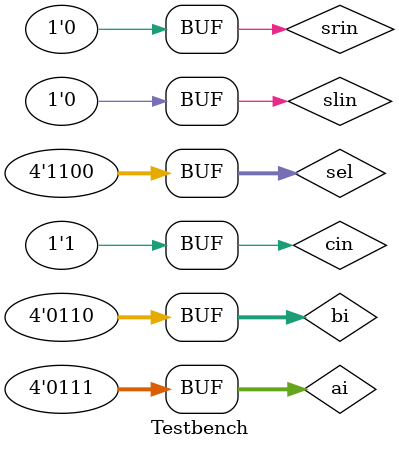
<source format=v>
module Testbench;

	// Inputs
	reg [3:0] ai;
	reg [3:0] bi;
	reg [3:0] sel;
	reg cin;
	reg srin;
	reg slin;

	// Outputs
	wire [3:0] fi;
	wire cout;

	// Instantiate the Unit Under Test (UUT)
	ALUfourbit uut (
		.fi(fi), 
		.cout(cout), 
		.ai(ai), 
		.bi(bi), 
		.sel(sel), 
		.cin(cin), 
		.srin(srin), 
		.slin(slin));

	initial begin
		// Initialize Inputs
		ai = 4'b0111; bi = 4'b0110; srin = 0; slin = 0;
		
          sel = 4'b0000; cin = 0;
		#10 sel = 4'b0000; cin = 1;
		#10 sel = 4'b0001; cin = 0;
		#10 sel = 4'b0001; cin = 1;
		#10 sel = 4'b0010; cin = 0;
		#10 sel = 4'b0010; cin = 1;
		#10 sel = 4'b0011; cin = 0;
		#10 sel = 4'b0011; cin = 1;
		
		#10 sel = 4'b0100; cin = 0;
		#10 sel = 4'b0101; cin = 1;
		#10 sel = 4'b0110; cin = 0;
		#10 sel = 4'b0111; cin = 1;
		#10 sel = 4'b1000; cin = 1;
		#10 sel = 4'b1100; cin = 1;
		
	end
      
endmodule
</source>
